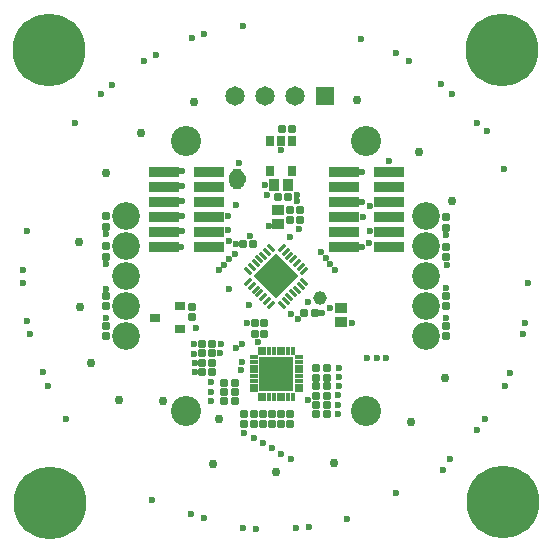
<source format=gts>
G04*
G04 #@! TF.GenerationSoftware,Altium Limited,Altium Designer,20.0.9 (164)*
G04*
G04 Layer_Color=8388736*
%FSLAX25Y25*%
%MOIN*%
G70*
G01*
G75*
G04:AMPARAMS|DCode=29|XSize=26.38mil|YSize=27.95mil|CornerRadius=8.07mil|HoleSize=0mil|Usage=FLASHONLY|Rotation=0.000|XOffset=0mil|YOffset=0mil|HoleType=Round|Shape=RoundedRectangle|*
%AMROUNDEDRECTD29*
21,1,0.02638,0.01181,0,0,0.0*
21,1,0.01024,0.02795,0,0,0.0*
1,1,0.01614,0.00512,-0.00591*
1,1,0.01614,-0.00512,-0.00591*
1,1,0.01614,-0.00512,0.00591*
1,1,0.01614,0.00512,0.00591*
%
%ADD29ROUNDEDRECTD29*%
G04:AMPARAMS|DCode=30|XSize=26.38mil|YSize=27.95mil|CornerRadius=8.07mil|HoleSize=0mil|Usage=FLASHONLY|Rotation=270.000|XOffset=0mil|YOffset=0mil|HoleType=Round|Shape=RoundedRectangle|*
%AMROUNDEDRECTD30*
21,1,0.02638,0.01181,0,0,270.0*
21,1,0.01024,0.02795,0,0,270.0*
1,1,0.01614,-0.00591,-0.00512*
1,1,0.01614,-0.00591,0.00512*
1,1,0.01614,0.00591,0.00512*
1,1,0.01614,0.00591,-0.00512*
%
%ADD30ROUNDEDRECTD30*%
%ADD31R,0.02756X0.03740*%
%ADD32R,0.04134X0.03425*%
%ADD33R,0.11614X0.11614*%
%ADD34R,0.03110X0.01457*%
%ADD35R,0.01457X0.03110*%
%ADD36R,0.03347X0.02756*%
%ADD37R,0.10039X0.03583*%
%ADD38R,0.03425X0.04134*%
%ADD39R,0.03937X0.03347*%
%ADD40P,0.14755X4X180.0*%
G04:AMPARAMS|DCode=41|XSize=13.78mil|YSize=35.43mil|CornerRadius=0mil|HoleSize=0mil|Usage=FLASHONLY|Rotation=135.000|XOffset=0mil|YOffset=0mil|HoleType=Round|Shape=Round|*
%AMOVALD41*
21,1,0.02165,0.01378,0.00000,0.00000,225.0*
1,1,0.01378,0.00766,0.00766*
1,1,0.01378,-0.00766,-0.00766*
%
%ADD41OVALD41*%

G04:AMPARAMS|DCode=42|XSize=13.78mil|YSize=35.43mil|CornerRadius=0mil|HoleSize=0mil|Usage=FLASHONLY|Rotation=225.000|XOffset=0mil|YOffset=0mil|HoleType=Round|Shape=Round|*
%AMOVALD42*
21,1,0.02165,0.01378,0.00000,0.00000,315.0*
1,1,0.01378,-0.00766,0.00766*
1,1,0.01378,0.00766,-0.00766*
%
%ADD42OVALD42*%

%ADD43C,0.04528*%
%ADD44R,0.03091X0.03091*%
%ADD45C,0.10039*%
%ADD46C,0.09252*%
%ADD47C,0.06496*%
%ADD48R,0.06496X0.06496*%
%ADD49C,0.02362*%
%ADD50C,0.24213*%
%ADD51C,0.02953*%
%ADD52C,0.03347*%
%ADD53C,0.02559*%
G36*
X310548Y434444D02*
X310560D01*
X310571Y434442D01*
X310583Y434441D01*
X310594Y434439D01*
X310606Y434437D01*
X310617Y434433D01*
X310628Y434430D01*
X310639Y434426D01*
X310650Y434422D01*
X311569Y434042D01*
X311579Y434036D01*
X311590Y434032D01*
X311600Y434026D01*
X311610Y434021D01*
X311620Y434014D01*
X311630Y434008D01*
X311638Y434000D01*
X311648Y433993D01*
X311656Y433985D01*
X311665Y433978D01*
X312368Y433274D01*
X312376Y433265D01*
X312384Y433257D01*
X312391Y433248D01*
X312398Y433239D01*
X312404Y433229D01*
X312411Y433219D01*
X312417Y433209D01*
X312423Y433199D01*
X312427Y433188D01*
X312432Y433178D01*
X312813Y432259D01*
X312817Y432248D01*
X312821Y432237D01*
X312824Y432226D01*
X312827Y432215D01*
X312829Y432204D01*
X312832Y432192D01*
X312833Y432181D01*
X312835Y432169D01*
Y432158D01*
X312836Y432146D01*
Y431649D01*
X312832Y431602D01*
X312821Y431557D01*
X312803Y431514D01*
X312779Y431474D01*
X312749Y431439D01*
X312714Y431409D01*
X312695Y431398D01*
X312714Y431386D01*
X312749Y431356D01*
X312779Y431321D01*
X312803Y431281D01*
X312821Y431238D01*
X312832Y431193D01*
X312836Y431147D01*
Y430649D01*
X312835Y430638D01*
Y430626D01*
X312833Y430615D01*
X312832Y430603D01*
X312829Y430592D01*
X312827Y430580D01*
X312824Y430569D01*
X312821Y430558D01*
X312817Y430547D01*
X312813Y430536D01*
X312432Y429617D01*
X312427Y429607D01*
X312423Y429596D01*
X312417Y429586D01*
X312411Y429576D01*
X312404Y429566D01*
X312398Y429556D01*
X312391Y429548D01*
X312384Y429538D01*
X312376Y429530D01*
X312368Y429521D01*
X311665Y428818D01*
X311656Y428810D01*
X311648Y428802D01*
X311638Y428795D01*
X311630Y428788D01*
X311620Y428782D01*
X311610Y428775D01*
X311600Y428769D01*
X311590Y428763D01*
X311579Y428759D01*
X311569Y428754D01*
X310650Y428373D01*
X310639Y428369D01*
X310628Y428365D01*
X310617Y428362D01*
X310606Y428359D01*
X310594Y428357D01*
X310583Y428354D01*
X310571Y428353D01*
X310560Y428351D01*
X310548D01*
X310537Y428350D01*
X309542D01*
X309530Y428351D01*
X309519D01*
X309507Y428353D01*
X309496Y428354D01*
X309484Y428357D01*
X309473Y428359D01*
X309462Y428362D01*
X309451Y428365D01*
X309440Y428369D01*
X309429Y428373D01*
X308510Y428754D01*
X308500Y428759D01*
X308489Y428763D01*
X308479Y428769D01*
X308469Y428775D01*
X308459Y428782D01*
X308449Y428788D01*
X308440Y428795D01*
X308431Y428802D01*
X308423Y428810D01*
X308414Y428818D01*
X307711Y429521D01*
X307703Y429530D01*
X307695Y429538D01*
X307688Y429548D01*
X307680Y429556D01*
X307674Y429566D01*
X307667Y429576D01*
X307662Y429586D01*
X307656Y429596D01*
X307652Y429607D01*
X307646Y429617D01*
X307266Y430536D01*
X307262Y430547D01*
X307258Y430558D01*
X307255Y430569D01*
X307251Y430580D01*
X307249Y430592D01*
X307247Y430603D01*
X307246Y430615D01*
X307244Y430626D01*
Y430638D01*
X307243Y430649D01*
Y431147D01*
X307247Y431193D01*
X307258Y431238D01*
X307276Y431281D01*
X307300Y431321D01*
X307330Y431356D01*
X307365Y431386D01*
X307384Y431398D01*
X307365Y431409D01*
X307330Y431439D01*
X307300Y431474D01*
X307276Y431514D01*
X307258Y431557D01*
X307247Y431602D01*
X307243Y431649D01*
Y432146D01*
X307244Y432158D01*
Y432169D01*
X307246Y432181D01*
X307247Y432192D01*
X307249Y432204D01*
X307251Y432215D01*
X307255Y432226D01*
X307258Y432237D01*
X307262Y432248D01*
X307266Y432259D01*
X307646Y433178D01*
X307652Y433188D01*
X307656Y433199D01*
X307662Y433209D01*
X307667Y433219D01*
X307674Y433229D01*
X307680Y433239D01*
X307688Y433248D01*
X307695Y433257D01*
X307703Y433265D01*
X307711Y433274D01*
X308414Y433978D01*
X308423Y433985D01*
X308431Y433993D01*
X308440Y434000D01*
X308449Y434008D01*
X308459Y434014D01*
X308469Y434021D01*
X308479Y434026D01*
X308489Y434032D01*
X308500Y434036D01*
X308510Y434042D01*
X309429Y434422D01*
X309440Y434426D01*
X309451Y434430D01*
X309462Y434433D01*
X309473Y434437D01*
X309484Y434439D01*
X309496Y434441D01*
X309507Y434442D01*
X309519Y434444D01*
X309530D01*
X309542Y434445D01*
X310537D01*
X310548Y434444D01*
D02*
G37*
D29*
X339823Y356102D02*
D03*
X336358Y356102D02*
D03*
X301732Y366929D02*
D03*
X298268D02*
D03*
X326929Y425394D02*
D03*
X323465D02*
D03*
X315315Y409842D02*
D03*
X311850D02*
D03*
X332421Y386713D02*
D03*
X335886D02*
D03*
X328248Y448051D02*
D03*
X324783Y448051D02*
D03*
X301732Y370079D02*
D03*
X298268D02*
D03*
X298268Y373228D02*
D03*
X301732D02*
D03*
X298268Y376378D02*
D03*
X301732D02*
D03*
X339823Y365158D02*
D03*
X336358D02*
D03*
X339823Y368209D02*
D03*
X336358D02*
D03*
Y362205D02*
D03*
X339823D02*
D03*
X336358Y359154D02*
D03*
X339823D02*
D03*
X336358Y353051D02*
D03*
X339823D02*
D03*
X309213Y357382D02*
D03*
X305748Y357382D02*
D03*
X309213Y360433D02*
D03*
X305748D02*
D03*
X309213Y363484D02*
D03*
X305748Y363484D02*
D03*
D30*
X379724Y378976D02*
D03*
Y382441D02*
D03*
Y388917D02*
D03*
Y392382D02*
D03*
X319094Y379862D02*
D03*
Y383327D02*
D03*
X327756Y421122D02*
D03*
Y417658D02*
D03*
X330906Y421122D02*
D03*
Y417658D02*
D03*
X295079Y385276D02*
D03*
Y388740D02*
D03*
X327658Y353110D02*
D03*
X327658Y349646D02*
D03*
X324606Y353110D02*
D03*
X324606Y349646D02*
D03*
X321555Y353110D02*
D03*
X321555Y349646D02*
D03*
X318504Y353110D02*
D03*
X318504Y349646D02*
D03*
X315453Y353110D02*
D03*
X315453Y349646D02*
D03*
X312402Y353110D02*
D03*
X312402Y349646D02*
D03*
X379724Y405256D02*
D03*
Y408720D02*
D03*
Y415197D02*
D03*
Y418661D02*
D03*
X266339Y415492D02*
D03*
X266339Y418957D02*
D03*
Y405453D02*
D03*
Y408917D02*
D03*
Y392382D02*
D03*
Y388917D02*
D03*
Y382441D02*
D03*
X266338Y378976D02*
D03*
X315846Y379862D02*
D03*
X315846Y383327D02*
D03*
D31*
X320965Y434055D02*
D03*
X328445D02*
D03*
X320965Y443898D02*
D03*
X324705D02*
D03*
X328445D02*
D03*
D32*
X344488Y383661D02*
D03*
Y388386D02*
D03*
D33*
X323031Y366437D02*
D03*
D34*
X315453Y360925D02*
D03*
Y362500D02*
D03*
Y364075D02*
D03*
Y365650D02*
D03*
Y367224D02*
D03*
Y368799D02*
D03*
Y370374D02*
D03*
Y371949D02*
D03*
X330610D02*
D03*
Y370374D02*
D03*
Y368799D02*
D03*
Y367224D02*
D03*
Y365650D02*
D03*
Y364075D02*
D03*
Y362500D02*
D03*
Y360925D02*
D03*
D35*
X317520Y374016D02*
D03*
X319094D02*
D03*
X320669D02*
D03*
X322244D02*
D03*
X323819D02*
D03*
X325394D02*
D03*
X326969D02*
D03*
X328543D02*
D03*
Y358858D02*
D03*
X326969D02*
D03*
X325394D02*
D03*
X323819D02*
D03*
X322244D02*
D03*
X320669D02*
D03*
X319094D02*
D03*
X317520D02*
D03*
D36*
X282579Y385138D02*
D03*
X290846Y388878D02*
D03*
Y381398D02*
D03*
D37*
X345453Y433858D02*
D03*
X360453D02*
D03*
X345453Y428858D02*
D03*
X360453D02*
D03*
X345453Y423858D02*
D03*
X360453D02*
D03*
X345453Y418858D02*
D03*
X360453D02*
D03*
X345453Y413858D02*
D03*
X360453D02*
D03*
X345453Y408858D02*
D03*
X360453D02*
D03*
X285512Y433858D02*
D03*
X300512D02*
D03*
X285512Y428858D02*
D03*
X300512D02*
D03*
X285512Y423858D02*
D03*
X300512D02*
D03*
X285512Y418858D02*
D03*
X300512D02*
D03*
X285512Y413858D02*
D03*
X300512D02*
D03*
X285512Y408858D02*
D03*
X300512D02*
D03*
D38*
X326969Y429528D02*
D03*
X322244D02*
D03*
D39*
X323721Y421161D02*
D03*
Y416437D02*
D03*
D40*
X323031Y398917D02*
D03*
D41*
X321152Y389522D02*
D03*
X319900Y390774D02*
D03*
X318647Y392027D02*
D03*
X317394Y393280D02*
D03*
X316141Y394533D02*
D03*
X314889Y395785D02*
D03*
X313636Y397038D02*
D03*
X324911Y408313D02*
D03*
X326163Y407060D02*
D03*
X327416Y405807D02*
D03*
X328669Y404555D02*
D03*
X329922Y403302D02*
D03*
X331174Y402049D02*
D03*
X332427Y400796D02*
D03*
D42*
X313636D02*
D03*
X314889Y402049D02*
D03*
X316141Y403302D02*
D03*
X317394Y404555D02*
D03*
X318647Y405807D02*
D03*
X319900Y407060D02*
D03*
X321152Y408313D02*
D03*
X332427Y397038D02*
D03*
X331174Y395785D02*
D03*
X329922Y394533D02*
D03*
X328669Y393280D02*
D03*
X327416Y392027D02*
D03*
X326163Y390774D02*
D03*
X324911Y389522D02*
D03*
D43*
X337500Y391634D02*
D03*
D44*
X310039Y433398D02*
D03*
Y429398D02*
D03*
D45*
X353031Y353917D02*
D03*
X293032D02*
D03*
Y443917D02*
D03*
X353031D02*
D03*
D46*
X373031Y398917D02*
D03*
X273031Y378917D02*
D03*
Y408917D02*
D03*
X373031Y388917D02*
D03*
Y408917D02*
D03*
X273031Y418917D02*
D03*
X373031D02*
D03*
X273031Y398917D02*
D03*
Y388917D02*
D03*
X373031Y378917D02*
D03*
D47*
X309429Y458957D02*
D03*
X319429D02*
D03*
X329429D02*
D03*
D48*
X339429D02*
D03*
D49*
X310531Y436614D02*
D03*
X296161Y381693D02*
D03*
X316929Y376870D02*
D03*
X330315Y384842D02*
D03*
X360630Y437402D02*
D03*
X393237Y447268D02*
D03*
X281693Y324213D02*
D03*
X309646Y409842D02*
D03*
X295457Y373074D02*
D03*
X295571Y376378D02*
D03*
X329826Y423972D02*
D03*
X329823Y426181D02*
D03*
X354035Y410138D02*
D03*
X314272Y412500D02*
D03*
X320472Y415846D02*
D03*
X340846Y388386D02*
D03*
X348228Y383465D02*
D03*
X313287Y383366D02*
D03*
X304429Y373524D02*
D03*
X304528Y376378D02*
D03*
X295965Y366929D02*
D03*
Y370079D02*
D03*
X354260Y413934D02*
D03*
X351672Y408697D02*
D03*
X351644Y433803D02*
D03*
X351613Y423778D02*
D03*
X354232Y422244D02*
D03*
X330709Y414665D02*
D03*
X306988Y414370D02*
D03*
X320079Y425886D02*
D03*
X319193Y429528D02*
D03*
X338287Y386713D02*
D03*
X333661Y390354D02*
D03*
X309500Y375005D02*
D03*
X327551Y412098D02*
D03*
X307185Y410728D02*
D03*
X324606Y440945D02*
D03*
X309744Y422736D02*
D03*
X307382Y394587D02*
D03*
X313878Y389272D02*
D03*
X328113Y386319D02*
D03*
X359646Y371555D02*
D03*
X356545D02*
D03*
X353445D02*
D03*
X362992Y326575D02*
D03*
X378642Y334252D02*
D03*
X333563Y357579D02*
D03*
X311319Y367717D02*
D03*
X311516Y370472D02*
D03*
X352102Y418799D02*
D03*
X381496Y459842D02*
D03*
X294882Y478346D02*
D03*
X311910Y482480D02*
D03*
X367126Y470571D02*
D03*
X278937D02*
D03*
X351181Y477953D02*
D03*
X264665Y459842D02*
D03*
X299114Y479724D02*
D03*
X240059Y414075D02*
D03*
X282874Y472835D02*
D03*
X238681Y396555D02*
D03*
X268307Y462795D02*
D03*
X240846Y379626D02*
D03*
X255906Y450098D02*
D03*
X246949Y362500D02*
D03*
X238583Y401083D02*
D03*
X239961Y384055D02*
D03*
X299016Y318209D02*
D03*
X245276Y367028D02*
D03*
X316339Y314862D02*
D03*
X253051Y351378D02*
D03*
X334055Y315354D02*
D03*
X294587Y319587D02*
D03*
X381004Y337894D02*
D03*
X311811Y315059D02*
D03*
X392618Y351279D02*
D03*
X329626Y314961D02*
D03*
X400787Y366831D02*
D03*
X346654Y318012D02*
D03*
X405807Y383465D02*
D03*
X405217Y379724D02*
D03*
X390059Y347539D02*
D03*
X406962Y396689D02*
D03*
X399114Y434842D02*
D03*
X399311Y362303D02*
D03*
X390059Y450000D02*
D03*
X378051Y463091D02*
D03*
X362992Y473228D02*
D03*
X343575Y353088D02*
D03*
X343711Y356132D02*
D03*
X343779Y359227D02*
D03*
X291437Y408858D02*
D03*
X343799Y362205D02*
D03*
X343898Y368209D02*
D03*
Y365256D02*
D03*
X327854Y337992D02*
D03*
X324606Y339665D02*
D03*
X312402Y346752D02*
D03*
X321555Y341634D02*
D03*
X318504Y343307D02*
D03*
X315453Y344980D02*
D03*
X266339Y412992D02*
D03*
Y384941D02*
D03*
X266301Y394821D02*
D03*
X266339Y402953D02*
D03*
X379724Y412598D02*
D03*
X379823Y402658D02*
D03*
X379724Y394980D02*
D03*
Y384941D02*
D03*
X301354Y357382D02*
D03*
Y360433D02*
D03*
Y363609D02*
D03*
X307000Y418902D02*
D03*
X338000Y406902D02*
D03*
X339500Y404902D02*
D03*
X341000Y402902D02*
D03*
X342500Y400902D02*
D03*
X311500Y376402D02*
D03*
X309156Y406462D02*
D03*
X307442Y404610D02*
D03*
X304000Y400902D02*
D03*
X305724Y402734D02*
D03*
X291500Y433902D02*
D03*
Y428902D02*
D03*
Y423902D02*
D03*
Y418902D02*
D03*
Y413902D02*
D03*
D50*
X398524Y323721D02*
D03*
X247539Y323524D02*
D03*
X247441Y474508D02*
D03*
X398425Y474213D02*
D03*
D51*
X367913Y350295D02*
D03*
X266339Y433268D02*
D03*
X277953Y446850D02*
D03*
X295472Y457087D02*
D03*
X350098Y457776D02*
D03*
X370472Y440354D02*
D03*
X381594Y423917D02*
D03*
X379429Y365158D02*
D03*
X342323Y336713D02*
D03*
X322933Y333661D02*
D03*
X301870Y336417D02*
D03*
X303839Y351378D02*
D03*
X261417Y369882D02*
D03*
X257382Y410433D02*
D03*
X257480Y388583D02*
D03*
X270472Y357776D02*
D03*
X285236Y357283D02*
D03*
D52*
X337500Y391634D02*
D03*
D53*
X325197Y368602D02*
D03*
Y364272D02*
D03*
X320866Y368602D02*
D03*
Y364272D02*
D03*
M02*

</source>
